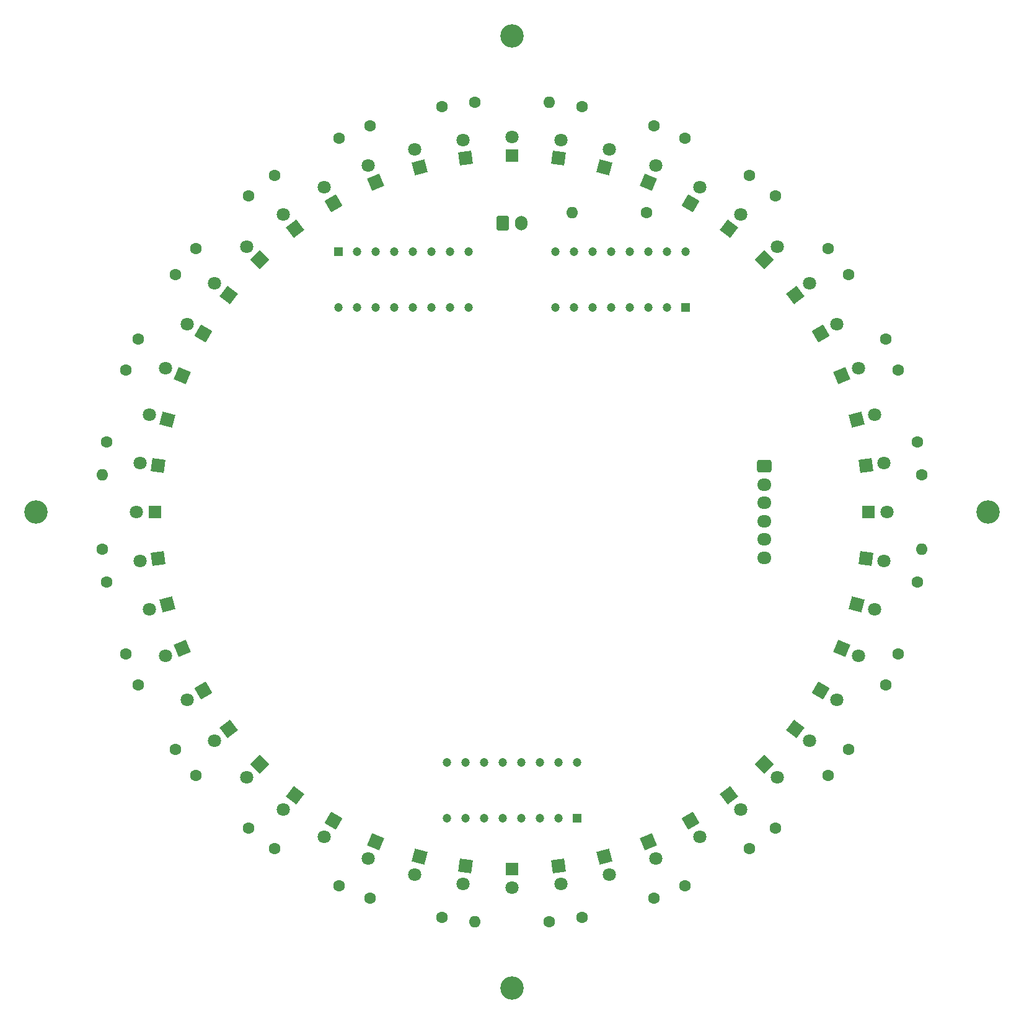
<source format=gbr>
%TF.GenerationSoftware,KiCad,Pcbnew,8.0.7*%
%TF.CreationDate,2025-02-18T21:39:36+09:00*%
%TF.ProjectId,LINESensorV3.1,4c494e45-5365-46e7-936f-7256332e312e,rev?*%
%TF.SameCoordinates,Original*%
%TF.FileFunction,Soldermask,Top*%
%TF.FilePolarity,Negative*%
%FSLAX46Y46*%
G04 Gerber Fmt 4.6, Leading zero omitted, Abs format (unit mm)*
G04 Created by KiCad (PCBNEW 8.0.7) date 2025-02-18 21:39:36*
%MOMM*%
%LPD*%
G01*
G04 APERTURE LIST*
G04 Aperture macros list*
%AMRoundRect*
0 Rectangle with rounded corners*
0 $1 Rounding radius*
0 $2 $3 $4 $5 $6 $7 $8 $9 X,Y pos of 4 corners*
0 Add a 4 corners polygon primitive as box body*
4,1,4,$2,$3,$4,$5,$6,$7,$8,$9,$2,$3,0*
0 Add four circle primitives for the rounded corners*
1,1,$1+$1,$2,$3*
1,1,$1+$1,$4,$5*
1,1,$1+$1,$6,$7*
1,1,$1+$1,$8,$9*
0 Add four rect primitives between the rounded corners*
20,1,$1+$1,$2,$3,$4,$5,0*
20,1,$1+$1,$4,$5,$6,$7,0*
20,1,$1+$1,$6,$7,$8,$9,0*
20,1,$1+$1,$8,$9,$2,$3,0*%
%AMHorizOval*
0 Thick line with rounded ends*
0 $1 width*
0 $2 $3 position (X,Y) of the first rounded end (center of the circle)*
0 $4 $5 position (X,Y) of the second rounded end (center of the circle)*
0 Add line between two ends*
20,1,$1,$2,$3,$4,$5,0*
0 Add two circle primitives to create the rounded ends*
1,1,$1,$2,$3*
1,1,$1,$4,$5*%
%AMRotRect*
0 Rectangle, with rotation*
0 The origin of the aperture is its center*
0 $1 length*
0 $2 width*
0 $3 Rotation angle, in degrees counterclockwise*
0 Add horizontal line*
21,1,$1,$2,0,0,$3*%
G04 Aperture macros list end*
%ADD10C,1.600000*%
%ADD11HorizOval,1.600000X0.000000X0.000000X0.000000X0.000000X0*%
%ADD12RotRect,1.800000X1.800000X225.000000*%
%ADD13C,1.800000*%
%ADD14RotRect,1.800000X1.800000X247.500000*%
%ADD15C,3.200000*%
%ADD16RotRect,1.800000X1.800000X240.000000*%
%ADD17O,1.600000X1.600000*%
%ADD18RotRect,1.800000X1.800000X307.500000*%
%ADD19RotRect,1.800000X1.800000X285.000000*%
%ADD20HorizOval,1.600000X0.000000X0.000000X0.000000X0.000000X0*%
%ADD21RotRect,1.800000X1.800000X300.000000*%
%ADD22RotRect,1.800000X1.800000X127.500000*%
%ADD23RotRect,1.800000X1.800000X7.500000*%
%ADD24HorizOval,1.600000X0.000000X0.000000X0.000000X0.000000X0*%
%ADD25RotRect,1.800000X1.800000X337.500000*%
%ADD26RotRect,1.800000X1.800000X277.500000*%
%ADD27HorizOval,1.600000X0.000000X0.000000X0.000000X0.000000X0*%
%ADD28RotRect,1.800000X1.800000X15.000000*%
%ADD29RotRect,1.800000X1.800000X22.500000*%
%ADD30RotRect,1.800000X1.800000X255.000000*%
%ADD31RotRect,1.800000X1.800000X45.000000*%
%ADD32RotRect,1.800000X1.800000X75.000000*%
%ADD33RotRect,1.800000X1.800000X82.500000*%
%ADD34HorizOval,1.600000X0.000000X0.000000X0.000000X0.000000X0*%
%ADD35RotRect,1.800000X1.800000X210.000000*%
%ADD36RotRect,1.800000X1.800000X315.000000*%
%ADD37R,1.800000X1.800000*%
%ADD38HorizOval,1.600000X0.000000X0.000000X0.000000X0.000000X0*%
%ADD39RotRect,1.800000X1.800000X97.500000*%
%ADD40RotRect,1.800000X1.800000X112.500000*%
%ADD41RotRect,1.800000X1.800000X345.000000*%
%ADD42RotRect,1.800000X1.800000X157.500000*%
%ADD43RotRect,1.800000X1.800000X60.000000*%
%ADD44RotRect,1.800000X1.800000X217.500000*%
%ADD45HorizOval,1.600000X0.000000X0.000000X0.000000X0.000000X0*%
%ADD46RotRect,1.800000X1.800000X292.500000*%
%ADD47HorizOval,1.600000X0.000000X0.000000X0.000000X0.000000X0*%
%ADD48RotRect,1.800000X1.800000X105.000000*%
%ADD49RotRect,1.800000X1.800000X37.500000*%
%ADD50RotRect,1.800000X1.800000X172.500000*%
%ADD51RotRect,1.800000X1.800000X352.500000*%
%ADD52RotRect,1.800000X1.800000X165.000000*%
%ADD53RotRect,1.800000X1.800000X330.000000*%
%ADD54HorizOval,1.600000X0.000000X0.000000X0.000000X0.000000X0*%
%ADD55RotRect,1.800000X1.800000X187.500000*%
%ADD56RotRect,1.800000X1.800000X142.500000*%
%ADD57RotRect,1.800000X1.800000X120.000000*%
%ADD58RotRect,1.800000X1.800000X202.500000*%
%ADD59HorizOval,1.600000X0.000000X0.000000X0.000000X0.000000X0*%
%ADD60HorizOval,1.600000X0.000000X0.000000X0.000000X0.000000X0*%
%ADD61RotRect,1.800000X1.800000X30.000000*%
%ADD62HorizOval,1.600000X0.000000X0.000000X0.000000X0.000000X0*%
%ADD63HorizOval,1.600000X0.000000X0.000000X0.000000X0.000000X0*%
%ADD64HorizOval,1.600000X0.000000X0.000000X0.000000X0.000000X0*%
%ADD65RotRect,1.800000X1.800000X195.000000*%
%ADD66RotRect,1.800000X1.800000X67.500000*%
%ADD67HorizOval,1.600000X0.000000X0.000000X0.000000X0.000000X0*%
%ADD68RotRect,1.800000X1.800000X52.500000*%
%ADD69HorizOval,1.600000X0.000000X0.000000X0.000000X0.000000X0*%
%ADD70HorizOval,1.600000X0.000000X0.000000X0.000000X0.000000X0*%
%ADD71RotRect,1.800000X1.800000X322.500000*%
%ADD72RotRect,1.800000X1.800000X262.500000*%
%ADD73RotRect,1.800000X1.800000X135.000000*%
%ADD74RotRect,1.800000X1.800000X232.500000*%
%ADD75RotRect,1.800000X1.800000X150.000000*%
%ADD76HorizOval,1.600000X0.000000X0.000000X0.000000X0.000000X0*%
%ADD77HorizOval,1.600000X0.000000X0.000000X0.000000X0.000000X0*%
%ADD78HorizOval,1.600000X0.000000X0.000000X0.000000X0.000000X0*%
%ADD79R,1.200000X1.200000*%
%ADD80C,1.200000*%
%ADD81RoundRect,0.250000X-0.600000X-0.750000X0.600000X-0.750000X0.600000X0.750000X-0.600000X0.750000X0*%
%ADD82O,1.700000X2.000000*%
%ADD83RoundRect,0.250000X-0.725000X0.600000X-0.725000X-0.600000X0.725000X-0.600000X0.725000X0.600000X0*%
%ADD84O,1.950000X1.700000*%
G04 APERTURE END LIST*
D10*
%TO.C,R15*%
X190413036Y-205406647D03*
D11*
X180599230Y-202777045D03*
%TD*%
D12*
%TO.C,T16*%
X165546222Y-184453778D03*
D13*
X163750171Y-186249829D03*
%TD*%
D14*
%TO.C,D14*%
X181353750Y-195016031D03*
D13*
X180381734Y-197362685D03*
%TD*%
D15*
%TO.C,H3*%
X200000000Y-215000000D03*
%TD*%
D16*
%TO.C,T15*%
X175637500Y-192197088D03*
D13*
X174367500Y-194396793D03*
%TD*%
D10*
%TO.C,R20*%
X144000000Y-155080000D03*
D17*
X144000000Y-144920000D03*
%TD*%
D10*
%TO.C,R8*%
X256000000Y-144920000D03*
D17*
X256000000Y-155080000D03*
%TD*%
D18*
%TO.C,D10*%
X229661900Y-188656142D03*
D13*
X231208154Y-190671259D03*
%TD*%
D19*
%TO.C,T12*%
X212610958Y-197064736D03*
D13*
X213268358Y-199518188D03*
%TD*%
D10*
%TO.C,R13*%
X219400770Y-202777046D03*
D20*
X209586965Y-205406647D03*
%TD*%
D21*
%TO.C,T11*%
X224362500Y-192197088D03*
D13*
X225632500Y-194396793D03*
%TD*%
D22*
%TO.C,D22*%
X170338100Y-111343859D03*
D13*
X168791846Y-109328742D03*
%TD*%
D23*
%TO.C,D6*%
X248308151Y-143640111D03*
D13*
X250826421Y-143308574D03*
%TD*%
D10*
%TO.C,R12*%
X232399409Y-195957423D03*
D24*
X223600591Y-201037423D03*
%TD*%
D25*
%TO.C,D8*%
X245016031Y-168646251D03*
D13*
X247362685Y-169618267D03*
%TD*%
D26*
%TO.C,D12*%
X206359889Y-198308151D03*
D13*
X206691426Y-200826421D03*
%TD*%
D10*
%TO.C,R2*%
X194920000Y-94000000D03*
D17*
X205080000Y-94000000D03*
%TD*%
D10*
%TO.C,R25*%
X180599230Y-97222954D03*
D27*
X190413035Y-94593353D03*
%TD*%
D28*
%TO.C,T6*%
X247064736Y-137389042D03*
D13*
X249518188Y-136731642D03*
%TD*%
D29*
%TO.C,D5*%
X245016031Y-131353750D03*
D13*
X247362685Y-130381734D03*
%TD*%
D10*
%TO.C,R1*%
X218367731Y-109104570D03*
D17*
X208207731Y-109104570D03*
%TD*%
D30*
%TO.C,T14*%
X187389042Y-197064736D03*
D13*
X186731642Y-199518188D03*
%TD*%
D31*
%TO.C,T4*%
X234453778Y-115546222D03*
D13*
X236249829Y-113750171D03*
%TD*%
D32*
%TO.C,T2*%
X212610958Y-102935265D03*
D13*
X213268358Y-100481813D03*
%TD*%
D33*
%TO.C,D1*%
X206359889Y-101691850D03*
D13*
X206691426Y-99173580D03*
%TD*%
D10*
%TO.C,R21*%
X144593354Y-140413036D03*
D34*
X147222955Y-130599231D03*
%TD*%
D35*
%TO.C,T17*%
X157802913Y-174362500D03*
D13*
X155603208Y-175632500D03*
%TD*%
D36*
%TO.C,T10*%
X234453778Y-184453778D03*
D13*
X236249829Y-186249829D03*
%TD*%
D37*
%TO.C,T13*%
X200000000Y-198725000D03*
D13*
X200000000Y-201265000D03*
%TD*%
D10*
%TO.C,R18*%
X154042577Y-182399409D03*
D38*
X148962577Y-173600591D03*
%TD*%
D39*
%TO.C,D24*%
X193640111Y-101691850D03*
D13*
X193308574Y-99173580D03*
%TD*%
D40*
%TO.C,D23*%
X181353750Y-104983970D03*
D13*
X180381734Y-102637316D03*
%TD*%
D41*
%TO.C,T8*%
X247064736Y-162610958D03*
D13*
X249518188Y-163268358D03*
%TD*%
D42*
%TO.C,D20*%
X154983970Y-131353750D03*
D13*
X152637316Y-130381734D03*
%TD*%
D43*
%TO.C,T3*%
X224362500Y-107802913D03*
D13*
X225632500Y-105603208D03*
%TD*%
D44*
%TO.C,D16*%
X161343859Y-179661900D03*
D13*
X159328742Y-181208154D03*
%TD*%
D10*
%TO.C,R5*%
X236005878Y-106809918D03*
D45*
X243190083Y-113994123D03*
%TD*%
D46*
%TO.C,D11*%
X218646251Y-195016031D03*
D13*
X219618267Y-197362685D03*
%TD*%
D10*
%TO.C,R23*%
X156809917Y-113994122D03*
D47*
X163994122Y-106809917D03*
%TD*%
D48*
%TO.C,T24*%
X187389042Y-102935265D03*
D13*
X186731642Y-100481813D03*
%TD*%
D49*
%TO.C,D4*%
X238656142Y-120338100D03*
D13*
X240671259Y-118791846D03*
%TD*%
D50*
%TO.C,D19*%
X151691850Y-143640111D03*
D13*
X149173580Y-143308574D03*
%TD*%
D51*
%TO.C,D7*%
X248308151Y-156359889D03*
D13*
X250826421Y-156691426D03*
%TD*%
D52*
%TO.C,T20*%
X152935265Y-137389042D03*
D13*
X150481813Y-136731642D03*
%TD*%
D53*
%TO.C,T9*%
X242197088Y-174362500D03*
D13*
X244396793Y-175632500D03*
%TD*%
D10*
%TO.C,R3*%
X209586964Y-94593354D03*
D54*
X219400769Y-97222955D03*
%TD*%
D55*
%TO.C,D18*%
X151691850Y-156359889D03*
D13*
X149173580Y-156691426D03*
%TD*%
D37*
%TO.C,T7*%
X248725000Y-150000000D03*
D13*
X251265000Y-150000000D03*
%TD*%
D37*
%TO.C,T1*%
X200000000Y-101275000D03*
D13*
X200000000Y-98735000D03*
%TD*%
D56*
%TO.C,D21*%
X161343859Y-120338100D03*
D13*
X159328742Y-118791846D03*
%TD*%
D57*
%TO.C,T23*%
X175637500Y-107802913D03*
D13*
X174367500Y-105603208D03*
%TD*%
D10*
%TO.C,R14*%
X205080000Y-206000000D03*
D17*
X194920000Y-206000000D03*
%TD*%
D37*
%TO.C,T19*%
X151275000Y-150000000D03*
D13*
X148735000Y-150000000D03*
%TD*%
D58*
%TO.C,D17*%
X154983970Y-168646251D03*
D13*
X152637316Y-169618267D03*
%TD*%
D10*
%TO.C,R17*%
X163994123Y-193190083D03*
D59*
X156809918Y-186005878D03*
%TD*%
D10*
%TO.C,R9*%
X255406647Y-159586964D03*
D60*
X252777046Y-169400769D03*
%TD*%
D61*
%TO.C,T5*%
X242197088Y-125637500D03*
D13*
X244396793Y-124367500D03*
%TD*%
D10*
%TO.C,R7*%
X252777046Y-130599230D03*
D62*
X255406647Y-140413035D03*
%TD*%
D10*
%TO.C,R16*%
X176399409Y-201037423D03*
D63*
X167600591Y-195957423D03*
%TD*%
D10*
%TO.C,R6*%
X245957423Y-117600591D03*
D64*
X251037423Y-126399409D03*
%TD*%
D65*
%TO.C,T18*%
X152935265Y-162610958D03*
D13*
X150481813Y-163268358D03*
%TD*%
D66*
%TO.C,D2*%
X218646251Y-104983970D03*
D13*
X219618267Y-102637316D03*
%TD*%
D10*
%TO.C,R22*%
X148962577Y-126399409D03*
D67*
X154042577Y-117600591D03*
%TD*%
D68*
%TO.C,D3*%
X229661900Y-111343859D03*
D13*
X231208154Y-109328742D03*
%TD*%
D10*
%TO.C,R11*%
X243190083Y-186005878D03*
D69*
X236005878Y-193190083D03*
%TD*%
D10*
%TO.C,R10*%
X251037423Y-173600591D03*
D70*
X245957423Y-182399409D03*
%TD*%
D15*
%TO.C,H2*%
X265000000Y-150000000D03*
%TD*%
%TO.C,H4*%
X135000000Y-150000000D03*
%TD*%
D71*
%TO.C,D9*%
X238656142Y-179661900D03*
D13*
X240671259Y-181208154D03*
%TD*%
D15*
%TO.C,H1*%
X200000000Y-85000000D03*
%TD*%
D72*
%TO.C,D13*%
X193640111Y-198308151D03*
D13*
X193308574Y-200826421D03*
%TD*%
D73*
%TO.C,T22*%
X165546222Y-115546222D03*
D13*
X163750171Y-113750171D03*
%TD*%
D74*
%TO.C,D15*%
X170338100Y-188656142D03*
D13*
X168791846Y-190671259D03*
%TD*%
D75*
%TO.C,T21*%
X157802913Y-125637500D03*
D13*
X155603208Y-124367500D03*
%TD*%
D10*
%TO.C,R4*%
X223600591Y-98962577D03*
D76*
X232399409Y-104042577D03*
%TD*%
D10*
%TO.C,R24*%
X167600591Y-104042577D03*
D77*
X176399409Y-98962577D03*
%TD*%
D10*
%TO.C,R19*%
X147222954Y-169400770D03*
D78*
X144593353Y-159586965D03*
%TD*%
D79*
%TO.C,IC1*%
X223681639Y-122089227D03*
D80*
X221141639Y-122089227D03*
X218601639Y-122089227D03*
X216061639Y-122089227D03*
X213521639Y-122089227D03*
X210981639Y-122089227D03*
X208441639Y-122089227D03*
X205901639Y-122089227D03*
X205901639Y-114469227D03*
X208441639Y-114469227D03*
X210981639Y-114469227D03*
X213521639Y-114469227D03*
X216061639Y-114469227D03*
X218601639Y-114469227D03*
X221141639Y-114469227D03*
X223681639Y-114469227D03*
%TD*%
D81*
%TO.C,J2*%
X198750000Y-110525000D03*
D82*
X201250000Y-110525000D03*
%TD*%
D83*
%TO.C,J1*%
X234475000Y-143750000D03*
D84*
X234475000Y-146250000D03*
X234475000Y-148750000D03*
X234475000Y-151250000D03*
X234475000Y-153750000D03*
X234475000Y-156250000D03*
%TD*%
D79*
%TO.C,IC3*%
X176318361Y-114469227D03*
D80*
X178858361Y-114469227D03*
X181398361Y-114469227D03*
X183938361Y-114469227D03*
X186478361Y-114469227D03*
X189018361Y-114469227D03*
X191558361Y-114469227D03*
X194098361Y-114469227D03*
X194098361Y-122089227D03*
X191558361Y-122089227D03*
X189018361Y-122089227D03*
X186478361Y-122089227D03*
X183938361Y-122089227D03*
X181398361Y-122089227D03*
X178858361Y-122089227D03*
X176318361Y-122089227D03*
%TD*%
%TO.C,IC2*%
X208890000Y-184190000D03*
X206350000Y-184190000D03*
X203810000Y-184190000D03*
X201270000Y-184190000D03*
X198730000Y-184190000D03*
X196190000Y-184190000D03*
X193650000Y-184190000D03*
X191110000Y-184190000D03*
X191110000Y-191810000D03*
X193650000Y-191810000D03*
X196190000Y-191810000D03*
X198730000Y-191810000D03*
X201270000Y-191810000D03*
X203810000Y-191810000D03*
X206350000Y-191810000D03*
D79*
X208890000Y-191810000D03*
%TD*%
M02*

</source>
